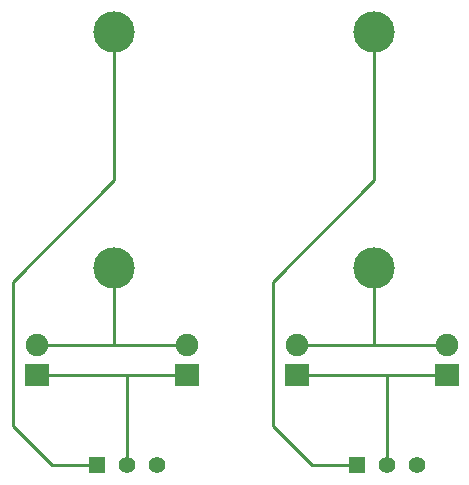
<source format=gbr>
G04 #@! TF.FileFunction,Copper,L1,Top,Signal*
%FSLAX46Y46*%
G04 Gerber Fmt 4.6, Leading zero omitted, Abs format (unit mm)*
G04 Created by KiCad (PCBNEW 4.0.2-4+6225~38~ubuntu15.10.1-stable) date Sun 03 Apr 2016 18:07:33 BST*
%MOMM*%
G01*
G04 APERTURE LIST*
%ADD10C,0.150000*%
%ADD11R,1.397000X1.397000*%
%ADD12C,1.397000*%
%ADD13R,2.000000X1.900000*%
%ADD14C,1.900000*%
%ADD15C,3.500120*%
%ADD16C,0.250000*%
G04 APERTURE END LIST*
D10*
D11*
X63500000Y-106680000D03*
D12*
X66040000Y-106680000D03*
X68580000Y-106680000D03*
D13*
X58420000Y-99060000D03*
D14*
X58420000Y-96520000D03*
D13*
X71120000Y-99060000D03*
D14*
X71120000Y-96520000D03*
D15*
X65000000Y-90000000D03*
X65000000Y-70000000D03*
D11*
X85500000Y-106680000D03*
D12*
X88040000Y-106680000D03*
X90580000Y-106680000D03*
D13*
X80420000Y-99060000D03*
D14*
X80420000Y-96520000D03*
D13*
X93120000Y-99060000D03*
D14*
X93120000Y-96520000D03*
D15*
X87000000Y-90000000D03*
X87000000Y-70000000D03*
D16*
X65000000Y-70000000D02*
X65000000Y-82574000D01*
X59690000Y-106680000D02*
X63500000Y-106680000D01*
X56388000Y-103378000D02*
X59690000Y-106680000D01*
X56388000Y-91186000D02*
X56388000Y-103378000D01*
X65000000Y-82574000D02*
X56388000Y-91186000D01*
X66040000Y-106680000D02*
X66040000Y-99060000D01*
X58420000Y-99060000D02*
X66040000Y-99060000D01*
X66040000Y-99060000D02*
X71120000Y-99060000D01*
X65000000Y-90000000D02*
X65000000Y-96496000D01*
X65000000Y-96496000D02*
X64976000Y-96520000D01*
X64976000Y-96520000D02*
X58420000Y-96520000D01*
X65024000Y-96520000D02*
X71120000Y-96520000D01*
X65000000Y-96496000D02*
X65024000Y-96520000D01*
X87000000Y-70000000D02*
X87000000Y-82574000D01*
X81690000Y-106680000D02*
X85500000Y-106680000D01*
X78388000Y-103378000D02*
X81690000Y-106680000D01*
X78388000Y-91186000D02*
X78388000Y-103378000D01*
X87000000Y-82574000D02*
X78388000Y-91186000D01*
X88040000Y-106680000D02*
X88040000Y-99060000D01*
X80420000Y-99060000D02*
X88040000Y-99060000D01*
X88040000Y-99060000D02*
X93120000Y-99060000D01*
X87000000Y-90000000D02*
X87000000Y-96496000D01*
X87000000Y-96496000D02*
X86976000Y-96520000D01*
X86976000Y-96520000D02*
X80420000Y-96520000D01*
X87024000Y-96520000D02*
X93120000Y-96520000D01*
X87000000Y-96496000D02*
X87024000Y-96520000D01*
M02*

</source>
